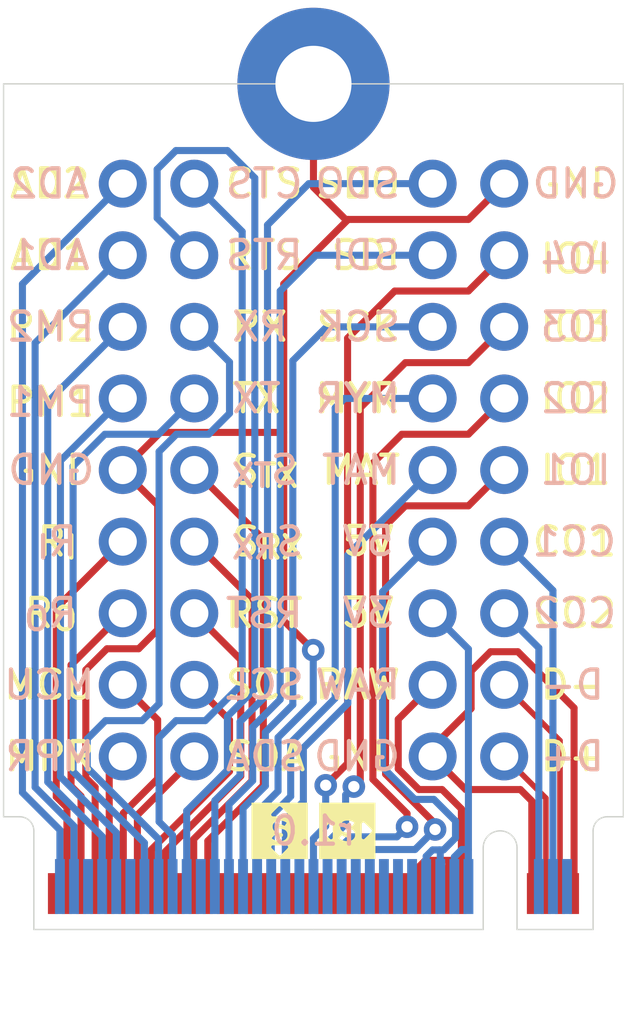
<source format=kicad_pcb>
(kicad_pcb (version 20211014) (generator pcbnew)
  (title_block (title "Myriad Breakout") (date "2022-03-03") (rev "0.1") (company "splitkb.com") (comment 1 "See https://myriad.splitkb.com/specification/terms_of_use.html") (comment 2 "NON-COMMERCIAL USE ONLY"))
  (layers (0 "F.Cu" signal) (31 "B.Cu" signal) (34 "B.Paste" user) (35 "F.Paste" user) (36 "B.SilkS" user "B.Silkscreen") (37 "F.SilkS" user "F.Silkscreen") (38 "B.Mask" user) (39 "F.Mask" user) (44 "Edge.Cuts" user))
  (net 0 "")
  (net 1 "+3V3")
  (net 2 "VBUS")
  (net 3 "+5V")
  (net 12 "gpio1")
  (net 14 "gpio2")
  (net 16 "gpio3")
  (net 18 "gpio4")
  (net 24 "sck")
  (net 26 "sdi")
  (net 28 "sdo")
  (net 29 "ser_tx")
  (net 30 "rts")
  (net 31 "cts")
  (net 32 "rx")
  (net 33 "scl")
  (net 34 "tx")
  (net 35 "sda")
  (net 36 "pwm1")
  (net 37 "pwm2")
  (net 38 "adc1")
  (net 39 "adc2")
  (net 40 "GND")
  (net 41 "d-")
  (net 42 "cc1")
  (net 43 "d+")
  (net 44 "cc2")
  (net 45 "mat_cs")
  (net 46 "mod_cs")
  (net 47 "rgb_o")
  (net 48 "rgb_i")
  (net 49 "ser_rx")
  (net 50 "rst")
  (net 51 "mcu")
  (net 52 "pres")
  (footprint "0_splitkb_common:Myriad_Module_22x30mm" (layer "F.Cu") (at 150 100)
    (fp_text reference "J1")
    (fp_text value "Myriad_Module_Connector")
    (fp_line (start 7.225 0) (end 9.925 0) (layer "Edge.Cuts") (width 0.05))
    (fp_line (start -11 -4) (end -11 -30) (layer "Edge.Cuts") (width 0.05))
    (fp_line (start 0 0) (end 6.025 0) (layer "Edge.Cuts") (width 0.05))
    (fp_line (start 7.225 -2.9) (end 7.225 0) (layer "Edge.Cuts") (width 0.05))
    (fp_line (start 6.025 0) (end 6.025 -2.9) (layer "Edge.Cuts") (width 0.05))
    (fp_line (start 9.925 0) (end 9.925 -3.5) (layer "Edge.Cuts") (width 0.05))
    (fp_line (start 10.425 -4) (end 11 -4) (layer "Edge.Cuts") (width 0.05))
    (fp_line (start 11 -4) (end 11 -30) (layer "Edge.Cuts") (width 0.05))
    (fp_line (start -11 -30) (end 11 -30) (layer "Edge.Cuts") (width 0.05))
    (fp_line (start -9.925 -3.5) (end -9.925 0) (layer "Edge.Cuts") (width 0.05))
    (fp_line (start -11 -4) (end -10.425 -4) (layer "Edge.Cuts") (width 0.05))
    (fp_line (start -9.925 0) (end 0 0) (layer "Edge.Cuts") (width 0.05))
    (fp_arc (start -10.425 -4) (mid -10.071447 -3.853553) (end -9.925 -3.5) (layer "Edge.Cuts") (width 0.05))
    (fp_arc (start 6.025 -2.9) (mid 6.625 -3.5) (end 7.225 -2.9) (layer "Edge.Cuts") (width 0.05))
    (fp_arc (start 9.925 -3.5) (mid 10.071447 -3.853553) (end 10.425 -4) (layer "Edge.Cuts") (width 0.05))
    (pad "1" smd rect locked (at 9.25 -1.275) (size 0.35 1.45) (layers "F.Cu") (net 40 "GND"))
    (pad "2" smd rect locked (at 9 -1.525) (size 0.35 1.95) (layers "B.Cu") (net 40 "GND"))
    (pad "2" thru_hole circle locked (at 0 -30) (size 5.4 5.4) (drill 2.7) (layers *.Cu *.Mask) (net 40 "GND"))
    (pad "3" smd rect locked (at 8.75 -1.275) (size 0.35 1.45) (layers "F.Cu") (net 41 "d-"))
    (pad "4" smd rect locked (at 8.5 -1.525) (size 0.35 1.95) (layers "B.Cu") (net 42 "cc1"))
    (pad "5" smd rect locked (at 8.25 -1.275) (size 0.35 1.45) (layers "F.Cu") (net 43 "d+"))
    (pad "6" smd rect locked (at 8 -1.525) (size 0.35 1.95) (layers "B.Cu") (net 44 "cc2"))
    (pad "7" smd rect locked (at 7.75 -1.275) (size 0.35 1.45) (layers "F.Cu") (net 40 "GND"))
    (pad "16" smd rect locked (at 5.5 -1.525) (size 0.35 1.95) (layers "B.Cu") (net 1 "+3V3"))
    (pad "17" smd rect locked (at 5.25 -1.275) (size 0.35 1.45) (layers "F.Cu") (net 2 "VBUS"))
    (pad "18" smd rect locked (at 5 -1.525) (size 0.35 1.95) (layers "B.Cu") (net 1 "+3V3"))
    (pad "19" smd rect locked (at 4.75 -1.275) (size 0.35 1.45) (layers "F.Cu") (net 2 "VBUS"))
    (pad "20" smd rect locked (at 4.5 -1.525) (size 0.35 1.95) (layers "B.Cu") (net 3 "+5V"))
    (pad "21" smd rect locked (at 4.25 -1.275) (size 0.35 1.45) (layers "F.Cu") (net 2 "VBUS"))
    (pad "22" smd rect locked (at 4 -1.525) (size 0.35 1.95) (layers "B.Cu") (net 3 "+5V"))
    (pad "23" smd rect locked (at 3.75 -1.275) (size 0.35 1.45) (layers "F.Cu") (net 2 "VBUS"))
    (pad "24" smd rect locked (at 3.5 -1.525) (size 0.35 1.95) (layers "B.Cu"))
    (pad "25" smd rect locked (at 3.25 -1.275) (size 0.35 1.45) (layers "F.Cu"))
    (pad "26" smd rect locked (at 3 -1.525) (size 0.35 1.95) (layers "B.Cu"))
    (pad "27" smd rect locked (at 2.75 -1.275) (size 0.35 1.45) (layers "F.Cu"))
    (pad "28" smd rect locked (at 2.5 -1.525) (size 0.35 1.95) (layers "B.Cu"))
    (pad "29" smd rect locked (at 2.25 -1.275) (size 0.35 1.45) (layers "F.Cu"))
    (pad "30" smd rect locked (at 2 -1.525) (size 0.35 1.95) (layers "B.Cu"))
    (pad "31" smd rect locked (at 1.75 -1.275) (size 0.35 1.45) (layers "F.Cu"))
    (pad "32" smd rect locked (at 1.5 -1.525) (size 0.35 1.95) (layers "B.Cu") (net 12 "gpio1"))
    (pad "33" smd rect locked (at 1.25 -1.275) (size 0.35 1.45) (layers "F.Cu"))
    (pad "34" smd rect locked (at 1 -1.525) (size 0.35 1.95) (layers "B.Cu") (net 14 "gpio2"))
    (pad "35" smd rect locked (at 0.75 -1.275) (size 0.35 1.45) (layers "F.Cu"))
    (pad "36" smd rect locked (at 0.5 -1.525) (size 0.35 1.95) (layers "B.Cu") (net 16 "gpio3"))
    (pad "37" smd rect locked (at 0.25 -1.275) (size 0.35 1.45) (layers "F.Cu"))
    (pad "38" smd rect locked (at 0 -1.525) (size 0.35 1.95) (layers "B.Cu") (net 18 "gpio4"))
    (pad "39" smd rect locked (at -0.25 -1.275) (size 0.35 1.45) (layers "F.Cu"))
    (pad "40" smd rect locked (at -0.5 -1.525) (size 0.35 1.95) (layers "B.Cu") (net 40 "GND"))
    (pad "41" smd rect locked (at -0.75 -1.275) (size 0.35 1.45) (layers "F.Cu"))
    (pad "42" smd rect locked (at -1 -1.525) (size 0.35 1.95) (layers "B.Cu") (net 45 "mat_cs"))
    (pad "43" smd rect locked (at -1.25 -1.275) (size 0.35 1.45) (layers "F.Cu"))
    (pad "44" smd rect locked (at -1.5 -1.525) (size 0.35 1.95) (layers "B.Cu") (net 46 "mod_cs"))
    (pad "45" smd rect locked (at -1.75 -1.275) (size 0.35 1.45) (layers "F.Cu"))
    (pad "46" smd rect locked (at -2 -1.525) (size 0.35 1.95) (layers "B.Cu") (net 40 "GND"))
    (pad "47" smd rect locked (at -2.25 -1.275) (size 0.35 1.45) (layers "F.Cu"))
    (pad "48" smd rect locked (at -2.5 -1.525) (size 0.35 1.95) (layers "B.Cu") (net 24 "sck"))
    (pad "49" smd rect locked (at -2.75 -1.275) (size 0.35 1.45) (layers "F.Cu"))
    (pad "50" smd rect locked (at -3 -1.525) (size 0.35 1.95) (layers "B.Cu") (net 26 "sdi"))
    (pad "51" smd rect locked (at -3.25 -1.275) (size 0.35 1.45) (layers "F.Cu"))
    (pad "52" smd rect locked (at -3.5 -1.525) (size 0.35 1.95) (layers "B.Cu") (net 28 "sdo"))
    (pad "53" smd rect locked (at -3.75 -1.275) (size 0.35 1.45) (layers "F.Cu") (net 29 "ser_tx"))
    (pad "54" smd rect locked (at -4 -1.525) (size 0.35 1.95) (layers "B.Cu") (net 40 "GND"))
    (pad "55" smd rect locked (at -4.25 -1.275) (size 0.35 1.45) (layers "F.Cu") (net 49 "ser_rx"))
    (pad "56" smd rect locked (at -4.5 -1.525) (size 0.35 1.95) (layers "B.Cu") (net 30 "rts"))
    (pad "57" smd rect locked (at -4.75 -1.275) (size 0.35 1.45) (layers "F.Cu") (net 40 "GND"))
    (pad "58" smd rect locked (at -5 -1.525) (size 0.35 1.95) (layers "B.Cu") (net 31 "cts"))
    (pad "59" smd rect locked (at -5.25 -1.275) (size 0.35 1.45) (layers "F.Cu") (net 50 "rst"))
    (pad "60" smd rect locked (at -5.5 -1.525) (size 0.35 1.95) (layers "B.Cu") (net 32 "rx"))
    (pad "61" smd rect locked (at -5.75 -1.275) (size 0.35 1.45) (layers "F.Cu") (net 33 "scl"))
    (pad "62" smd rect locked (at -6 -1.525) (size 0.35 1.95) (layers "B.Cu") (net 34 "tx"))
    (pad "63" smd rect locked (at -6.25 -1.275) (size 0.35 1.45) (layers "F.Cu") (net 35 "sda"))
    (pad "64" smd rect locked (at -6.5 -1.525) (size 0.35 1.95) (layers "B.Cu") (net 40 "GND"))
    (pad "65" smd rect locked (at -6.75 -1.275) (size 0.35 1.45) (layers "F.Cu") (net 51 "mcu"))
    (pad "66" smd rect locked (at -7 -1.525) (size 0.35 1.95) (layers "B.Cu") (net 36 "pwm1"))
    (pad "67" smd rect locked (at -7.25 -1.275) (size 0.35 1.45) (layers "F.Cu") (net 52 "pres"))
    (pad "68" smd rect locked (at -7.5 -1.525) (size 0.35 1.95) (layers "B.Cu") (net 37 "pwm2"))
    (pad "69" smd rect locked (at -7.75 -1.275) (size 0.35 1.45) (layers "F.Cu") (net 40 "GND"))
    (pad "70" smd rect locked (at -8 -1.525) (size 0.35 1.95) (layers "B.Cu") (net 40 "GND"))
    (pad "71" smd rect locked (at -8.25 -1.275) (size 0.35 1.45) (layers "F.Cu") (net 47 "rgb_o"))
    (pad "72" smd rect locked (at -8.5 -1.525) (size 0.35 1.95) (layers "B.Cu") (net 38 "adc1"))
    (pad "73" smd rect locked (at -8.75 -1.275) (size 0.35 1.45) (layers "F.Cu") (net 48 "rgb_i"))
    (pad "74" smd rect locked (at -9 -1.525) (size 0.35 1.95) (layers "B.Cu") (net 39 "adc2"))
    (pad "75" smd rect locked (at -9.25 -1.275) (size 0.35 1.45) (layers "F.Cu"))
  )
  (footprint "Connector_PinSocket_2.54mm:PinSocket_2x09_P2.54mm_Vertical" (layer "F.Cu") (at 145.77 73.54)
    (fp_text reference "J3" hide)
    (fp_text value "Conn_02x09_Odd_Even" hide)
    (pad "1" thru_hole oval (at 0 0) (size 1.7 1.7) (drill 1) (layers *.Cu *.Mask) (net 31 "cts"))
    (pad "2" thru_hole oval (at -2.54 0) (size 1.7 1.7) (drill 1) (layers *.Cu *.Mask) (net 39 "adc2"))
    (pad "3" thru_hole oval (at 0 2.54) (size 1.7 1.7) (drill 1) (layers *.Cu *.Mask) (net 30 "rts"))
    (pad "4" thru_hole oval (at -2.54 2.54) (size 1.7 1.7) (drill 1) (layers *.Cu *.Mask) (net 38 "adc1"))
    (pad "5" thru_hole oval (at 0 5.08) (size 1.7 1.7) (drill 1) (layers *.Cu *.Mask) (net 32 "rx"))
    (pad "6" thru_hole oval (at -2.54 5.08) (size 1.7 1.7) (drill 1) (layers *.Cu *.Mask) (net 37 "pwm2"))
    (pad "7" thru_hole oval (at 0 7.62) (size 1.7 1.7) (drill 1) (layers *.Cu *.Mask) (net 34 "tx"))
    (pad "8" thru_hole oval (at -2.54 7.62) (size 1.7 1.7) (drill 1) (layers *.Cu *.Mask) (net 36 "pwm1"))
    (pad "9" thru_hole oval (at 0 10.16) (size 1.7 1.7) (drill 1) (layers *.Cu *.Mask) (net 29 "ser_tx"))
    (pad "10" thru_hole oval (at -2.54 10.16) (size 1.7 1.7) (drill 1) (layers *.Cu *.Mask) (net 40 "GND"))
    (pad "11" thru_hole oval (at 0 12.7) (size 1.7 1.7) (drill 1) (layers *.Cu *.Mask) (net 49 "ser_rx"))
    (pad "12" thru_hole oval (at -2.54 12.7) (size 1.7 1.7) (drill 1) (layers *.Cu *.Mask) (net 48 "rgb_i"))
    (pad "13" thru_hole oval (at 0 15.24) (size 1.7 1.7) (drill 1) (layers *.Cu *.Mask) (net 50 "rst"))
    (pad "14" thru_hole oval (at -2.54 15.24) (size 1.7 1.7) (drill 1) (layers *.Cu *.Mask) (net 47 "rgb_o"))
    (pad "15" thru_hole oval (at 0 17.78) (size 1.7 1.7) (drill 1) (layers *.Cu *.Mask) (net 33 "scl"))
    (pad "16" thru_hole oval (at -2.54 17.78) (size 1.7 1.7) (drill 1) (layers *.Cu *.Mask) (net 51 "mcu"))
    (pad "17" thru_hole oval (at 0 20.32) (size 1.7 1.7) (drill 1) (layers *.Cu *.Mask) (net 35 "sda"))
    (pad "18" thru_hole oval (at -2.54 20.32) (size 1.7 1.7) (drill 1) (layers *.Cu *.Mask) (net 52 "pres"))
  )
  (footprint "0_splitkb_common:Myriad_length-s" (layer "F.Cu") (at 148.8 96.5)
    (fp_text reference "G1" hide)
    (fp_text value "Myriad length S" hide)
  )
  (footprint "Connector_PinSocket_2.54mm:PinSocket_2x09_P2.54mm_Vertical" (layer "F.Cu") (at 156.77 73.54)
    (fp_text reference "J2" hide)
    (fp_text value "Conn_02x09_Odd_Even" hide)
    (pad "1" thru_hole oval (at 0 0) (size 1.7 1.7) (drill 1) (layers *.Cu *.Mask) (net 40 "GND"))
    (pad "2" thru_hole oval (at -2.54 0) (size 1.7 1.7) (drill 1) (layers *.Cu *.Mask) (net 28 "sdo"))
    (pad "3" thru_hole oval (at 0 2.54) (size 1.7 1.7) (drill 1) (layers *.Cu *.Mask) (net 18 "gpio4"))
    (pad "4" thru_hole oval (at -2.54 2.54) (size 1.7 1.7) (drill 1) (layers *.Cu *.Mask) (net 26 "sdi"))
    (pad "5" thru_hole oval (at 0 5.08) (size 1.7 1.7) (drill 1) (layers *.Cu *.Mask) (net 16 "gpio3"))
    (pad "6" thru_hole oval (at -2.54 5.08) (size 1.7 1.7) (drill 1) (layers *.Cu *.Mask) (net 24 "sck"))
    (pad "7" thru_hole oval (at 0 7.62) (size 1.7 1.7) (drill 1) (layers *.Cu *.Mask) (net 14 "gpio2"))
    (pad "8" thru_hole oval (at -2.54 7.62) (size 1.7 1.7) (drill 1) (layers *.Cu *.Mask) (net 46 "mod_cs"))
    (pad "9" thru_hole oval (at 0 10.16) (size 1.7 1.7) (drill 1) (layers *.Cu *.Mask) (net 12 "gpio1"))
    (pad "10" thru_hole oval (at -2.54 10.16) (size 1.7 1.7) (drill 1) (layers *.Cu *.Mask) (net 45 "mat_cs"))
    (pad "11" thru_hole oval (at 0 12.7) (size 1.7 1.7) (drill 1) (layers *.Cu *.Mask) (net 42 "cc1"))
    (pad "12" thru_hole oval (at -2.54 12.7) (size 1.7 1.7) (drill 1) (layers *.Cu *.Mask) (net 3 "+5V"))
    (pad "13" thru_hole oval (at 0 15.24) (size 1.7 1.7) (drill 1) (layers *.Cu *.Mask) (net 44 "cc2"))
    (pad "14" thru_hole oval (at -2.54 15.24) (size 1.7 1.7) (drill 1) (layers *.Cu *.Mask) (net 1 "+3V3"))
    (pad "15" thru_hole oval (at 0 17.78) (size 1.7 1.7) (drill 1) (layers *.Cu *.Mask) (net 41 "d-"))
    (pad "16" thru_hole oval (at -2.54 17.78) (size 1.7 1.7) (drill 1) (layers *.Cu *.Mask) (net 2 "VBUS"))
    (pad "17" thru_hole oval (at 0 20.32) (size 1.7 1.7) (drill 1) (layers *.Cu *.Mask) (net 43 "d+"))
    (pad "18" thru_hole oval (at -2.54 20.32) (size 1.7 1.7) (drill 1) (layers *.Cu *.Mask) (net 40 "GND"))
  )
  (footprint "0_splitkb_common:Myriad_width-s" (layer "F.Cu") (at 151.2 96.5)
    (fp_text reference "G2" hide)
    (fp_text value "Myriad width S" hide)
  )
  (gr_text "MAT" (at 153.17 83.7) (layer "B.SilkS") (effects (font (size 1 1)) (justify left mirror)))
  (gr_text "D+" (at 157.97 93.86) (layer "B.SilkS") (effects (font (size 1 1)) (justify right mirror)))
  (gr_text "r1.0" (at 150 96.5) (layer "B.SilkS") (effects (font (size 1 1)) (justify mirror)))
  (gr_text "CC2" (at 157.686 88.78) (layer "B.SilkS") (effects (font (size 1 1)) (justify right mirror)))
  (gr_text "PM2" (at 142.314 78.62) (layer "B.SilkS") (effects (font (size 1 1)) (justify left mirror)))
  (gr_text "D-" (at 157.97 91.32) (layer "B.SilkS") (effects (font (size 1 1)) (justify right mirror)))
  (gr_text "IO1" (at 157.97 83.7) (layer "B.SilkS") (effects (font (size 1 1)) (justify right mirror)))
  (gr_text "RST" (at 146.795 88.78) (layer "B.SilkS") (effects (font (size 1 1)) (justify right mirror)))
  (gr_text "RAW" (at 153.17 91.32) (layer "B.SilkS") (effects (font (size 1 1)) (justify left mirror)))
  (gr_text "AD1" (at 142.145 76.08) (layer "B.SilkS") (effects (font (size 1 1)) (justify left mirror)))
  (gr_text "SCK" (at 153.17 78.62) (layer "B.SilkS") (effects (font (size 1 1)) (justify left mirror)))
  (gr_text "PM1" (at 142.314 81.287) (layer "B.SilkS") (effects (font (size 1 1)) (justify left mirror)))
  (gr_text "R_{I}" (at 141.695 86.24) (layer "B.SilkS") (effects (font (size 1 1)) (justify left mirror)))
  (gr_text "AD2" (at 142.145 73.54) (layer "B.SilkS") (effects (font (size 1 1)) (justify left mirror)))
  (gr_text "MCU" (at 142.314 91.32) (layer "B.SilkS") (effects (font (size 1 1)) (justify left mirror)))
  (gr_text "IO2" (at 157.97 81.16) (layer "B.SilkS") (effects (font (size 1 1)) (justify right mirror)))
  (gr_text "S_{RX}" (at 147.02 86.24) (layer "B.SilkS") (effects (font (size 1 1)) (justify right mirror)))
  (gr_text "SDO" (at 153.17 73.54) (layer "B.SilkS") (effects (font (size 1 1)) (justify left mirror)))
  (gr_text "RTS" (at 146.795 76.08) (layer "B.SilkS") (effects (font (size 1 1)) (justify right mirror)))
  (gr_text "SDA" (at 146.795 93.86) (layer "B.SilkS") (effects (font (size 1 1)) (justify right mirror)))
  (gr_text "SDI" (at 153.17 76.08) (layer "B.SilkS") (effects (font (size 1 1)) (justify left mirror)))
  (gr_text "MPR" (at 142.314 93.86) (layer "B.SilkS") (effects (font (size 1 1)) (justify left mirror)))
  (gr_text "GND" (at 157.686 73.54) (layer "B.SilkS") (effects (font (size 1 1)) (justify right mirror)))
  (gr_text "SCL" (at 146.795 91.32) (layer "B.SilkS") (effects (font (size 1 1)) (justify right mirror)))
  (gr_text "IO3" (at 157.97 78.62) (layer "B.SilkS") (effects (font (size 1 1)) (justify right mirror)))
  (gr_text "5V" (at 152.945 86.225) (layer "B.SilkS") (effects (font (size 1 1)) (justify left mirror)))
  (gr_text "IO4" (at 157.97 76.207) (layer "B.SilkS") (effects (font (size 1 1)) (justify right mirror)))
  (gr_text "TX" (at 147.02 81.16) (layer "B.SilkS") (effects (font (size 1 1)) (justify right mirror)))
  (gr_text "CTS" (at 146.795 73.54) (layer "B.SilkS") (effects (font (size 1 1)) (justify right mirror)))
  (gr_text "GND" (at 142.314 83.7) (layer "B.SilkS") (effects (font (size 1 1)) (justify left mirror)))
  (gr_text "GND" (at 153.17 93.86) (layer "B.SilkS") (effects (font (size 1 1)) (justify left mirror)))
  (gr_text "RX" (at 147.02 78.62) (layer "B.SilkS") (effects (font (size 1 1)) (justify right mirror)))
  (gr_text "S_{TX}" (at 147.02 83.7) (layer "B.SilkS") (effects (font (size 1 1)) (justify right mirror)))
  (gr_text "MYR" (at 153.17 81.16) (layer "B.SilkS") (effects (font (size 1 1)) (justify left mirror)))
  (gr_text "CC1" (at 157.686 86.24) (layer "B.SilkS") (effects (font (size 1 1)) (justify right mirror)))
  (gr_text "R_{O}" (at 141.695 88.78) (layer "B.SilkS") (effects (font (size 1 1)) (justify left mirror)))
  (gr_text "3V" (at 152.945 88.765) (layer "B.SilkS") (effects (font (size 1 1)) (justify left mirror)))
  (gr_text "RX" (at 147.02 78.62) (layer "F.SilkS") (effects (font (size 1 1)) (justify left)))
  (gr_text "IO2" (at 157.97 81.16) (layer "F.SilkS") (effects (font (size 1 1)) (justify left)))
  (gr_text "R_{I}" (at 141.695 86.24) (layer "F.SilkS") (effects (font (size 1 1)) (justify right)))
  (gr_text "SCL" (at 146.795 91.32) (layer "F.SilkS") (effects (font (size 1 1)) (justify left)))
  (gr_text "GND" (at 142.314 83.7) (layer "F.SilkS") (effects (font (size 1 1)) (justify right)))
  (gr_text "MPR" (at 142.314 93.86) (layer "F.SilkS") (effects (font (size 1 1)) (justify right)))
  (gr_text "SCK" (at 153.17 78.62) (layer "F.SilkS") (effects (font (size 1 1)) (justify right)))
  (gr_text "PM1" (at 142.314 81.287) (layer "F.SilkS") (effects (font (size 1 1)) (justify right)))
  (gr_text "TX" (at 147.02 81.16) (layer "F.SilkS") (effects (font (size 1 1)) (justify left)))
  (gr_text "MCU" (at 142.314 91.32) (layer "F.SilkS") (effects (font (size 1 1)) (justify right)))
  (gr_text "D+" (at 157.97 93.86) (layer "F.SilkS") (effects (font (size 1 1)) (justify left)))
  (gr_text "MYR" (at 153.17 81.16) (layer "F.SilkS") (effects (font (size 1 1)) (justify right)))
  (gr_text "CTS" (at 146.795 73.54) (layer "F.SilkS") (effects (font (size 1 1)) (justify left)))
  (gr_text "IO1" (at 157.97 83.7) (layer "F.SilkS") (effects (font (size 1 1)) (justify left)))
  (gr_text "AD1" (at 142.145 76.08) (layer "F.SilkS") (effects (font (size 1 1)) (justify right)))
  (gr_text "GND" (at 153.17 93.86) (layer "F.SilkS") (effects (font (size 1 1)) (justify right)))
  (gr_text "AD2" (at 142.145 73.54) (layer "F.SilkS") (effects (font (size 1 1)) (justify right)))
  (gr_text "5V" (at 152.945 86.225) (layer "F.SilkS") (effects (font (size 1 1)) (justify right)))
  (gr_text "CC1" (at 157.686 86.24) (layer "F.SilkS") (effects (font (size 1 1)) (justify left)))
  (gr_text "PM2" (at 142.314 78.62) (layer "F.SilkS") (effects (font (size 1 1)) (justify right)))
  (gr_text "GND" (at 157.686 73.54) (layer "F.SilkS") (effects (font (size 1 1)) (justify left)))
  (gr_text "RST" (at 146.795 88.78) (layer "F.SilkS") (effects (font (size 1 1)) (justify left)))
  (gr_text "RTS" (at 146.795 76.08) (layer "F.SilkS") (effects (font (size 1 1)) (justify left)))
  (gr_text "R_{O}" (at 141.695 88.78) (layer "F.SilkS") (effects (font (size 1 1)) (justify right)))
  (gr_text "MAT" (at 153.17 83.7) (layer "F.SilkS") (effects (font (size 1 1)) (justify right)))
  (gr_text "S_{RX}" (at 147.02 86.24) (layer "F.SilkS") (effects (font (size 1 1)) (justify left)))
  (gr_text "D-" (at 157.97 91.32) (layer "F.SilkS") (effects (font (size 1 1)) (justify left)))
  (gr_text "SDI" (at 153.17 76.08) (layer "F.SilkS") (effects (font (size 1 1)) (justify right)))
  (gr_text "IO3" (at 157.97 78.62) (layer "F.SilkS") (effects (font (size 1 1)) (justify left)))
  (gr_text "S_{TX}" (at 147.02 83.7) (layer "F.SilkS") (effects (font (size 1 1)) (justify left)))
  (gr_text "CC2" (at 157.686 88.78) (layer "F.SilkS") (effects (font (size 1 1)) (justify left)))
  (gr_text "SDO" (at 153.17 73.54) (layer "F.SilkS") (effects (font (size 1 1)) (justify right)))
  (gr_text "3V" (at 152.945 88.765) (layer "F.SilkS") (effects (font (size 1 1)) (justify right)))
  (gr_text "RAW" (at 153.17 91.32) (layer "F.SilkS") (effects (font (size 1 1)) (justify right)))
  (gr_text "IO4" (at 157.97 76.207) (layer "F.SilkS") (effects (font (size 1 1)) (justify left)))
  (gr_text "SDA" (at 146.795 93.86) (layer "F.SilkS") (effects (font (size 1 1)) (justify left)))
  (segment (start 155.265821 97.162) (end 155 97.427821) (width 0.25) (layer "B.Cu") (net 1))
  (segment (start 155.5 97.162) (end 155.265821 97.162) (width 0.25) (layer "B.Cu") (net 1))
  (segment (start 155.5 90.05) (end 154.23 88.78) (width 0.25) (layer "B.Cu") (net 1))
  (segment (start 155.5 98.475) (end 155.5 97.162) (width 0.25) (layer "B.Cu") (net 1))
  (segment (start 155.5 97.162) (end 155.5 90.05) (width 0.25) (layer "B.Cu") (net 1))
  (segment (start 155 97.427821) (end 155 98.475) (width 0.25) (layer "B.Cu") (net 1))
  (segment (start 154.75 97.793) (end 154.996 97.547) (width 0.25) (layer "F.Cu") (net 2))
  (segment (start 153.743501 95.034511) (end 154.564511 95.034511) (width 0.25) (layer "F.Cu") (net 2))
  (segment (start 153.009 92.541) (end 153.009 94.30001) (width 0.25) (layer "F.Cu") (net 2))
  (segment (start 153.972 97.547) (end 154.484 97.547) (width 0.25) (layer "F.Cu") (net 2))
  (segment (start 155.25 97.547) (end 154.996 97.547) (width 0.25) (layer "F.Cu") (net 2))
  (segment (start 155.25 97.547) (end 155.25 98.725) (width 0.25) (layer "F.Cu") (net 2))
  (segment (start 153.75 97.769) (end 153.75 98.725) (width 0.25) (layer "F.Cu") (net 2))
  (segment (start 155.25 95.72) (end 155.25 97.547) (width 0.25) (layer "F.Cu") (net 2))
  (segment (start 154.23 91.32) (end 153.009 92.541) (width 0.25) (layer "F.Cu") (net 2))
  (segment (start 153.972 97.547) (end 153.75 97.769) (width 0.25) (layer "F.Cu") (net 2))
  (segment (start 154.25 97.781) (end 154.484 97.547) (width 0.25) (layer "F.Cu") (net 2))
  (segment (start 154.564511 95.034511) (end 155.25 95.72) (width 0.25) (layer "F.Cu") (net 2))
  (segment (start 154.75 98.725) (end 154.75 97.793) (width 0.25) (layer "F.Cu") (net 2))
  (segment (start 153.009 94.30001) (end 153.743501 95.034511) (width 0.25) (layer "F.Cu") (net 2))
  (segment (start 154.25 98.725) (end 154.25 97.781) (width 0.25) (layer "F.Cu") (net 2))
  (segment (start 154.484 97.547) (end 154.996 97.547) (width 0.25) (layer "F.Cu") (net 2))
  (segment (start 152.452 88.018) (end 154.23 86.24) (width 0.25) (layer "B.Cu") (net 3))
  (segment (start 154.4705 97.1755) (end 154.616603 97.1755) (width 0.25) (layer "B.Cu") (net 3))
  (segment (start 154.5 97.205) (end 154.4705 97.1755) (width 0.25) (layer "B.Cu") (net 3))
  (segment (start 154.616603 97.1755) (end 155.041011 96.751092) (width 0.25) (layer "B.Cu") (net 3))
  (segment (start 152.452 94.241) (end 152.452 88.018) (width 0.25) (layer "B.Cu") (net 3))
  (segment (start 153.595 95.384) (end 152.452 94.241) (width 0.25) (layer "B.Cu") (net 3))
  (segment (start 154.5 98.475) (end 154.5 97.205) (width 0.25) (layer "B.Cu") (net 3))
  (segment (start 155.041011 96.751092) (end 155.041011 96.150886) (width 0.25) (layer "B.Cu") (net 3))
  (segment (start 155.041011 96.150886) (end 154.274125 95.384) (width 0.25) (layer "B.Cu") (net 3))
  (segment (start 154.227707 97.1755) (end 154.4705 97.1755) (width 0.25) (layer "B.Cu") (net 3))
  (segment (start 154.274125 95.384) (end 153.595 95.384) (width 0.25) (layer "B.Cu") (net 3))
  (segment (start 154 97.403207) (end 154.227707 97.1755) (width 0.25) (layer "B.Cu") (net 3))
  (segment (start 154 98.475) (end 154 97.403207) (width 0.25) (layer "B.Cu") (net 3))
  (segment (start 154.3165 96.243227) (end 152.55948 94.486207) (width 0.25) (layer "F.Cu") (net 12))
  (segment (start 155.5 84.97) (end 156.77 83.7) (width 0.25) (layer "F.Cu") (net 12))
  (segment (start 153.263 84.97) (end 155.5 84.97) (width 0.25) (layer "F.Cu") (net 12))
  (segment (start 154.3165 96.450989) (end 154.3165 96.243227) (width 0.25) (layer "F.Cu") (net 12))
  (segment (start 152.55948 85.67352) (end 153.263 84.97) (width 0.25) (layer "F.Cu") (net 12))
  (segment (start 152.55948 94.486207) (end 152.55948 85.67352) (width 0.25) (layer "F.Cu") (net 12))
  (via (at 154.3165 96.450989) (size 0.8) (drill 0.4) (layers "F.Cu" "B.Cu") (net 12))
  (segment (start 153.605489 97.162) (end 151.513978 97.162) (width 0.25) (layer "B.Cu") (net 12))
  (segment (start 151.513978 97.162) (end 151.5 97.175978) (width 0.25) (layer "B.Cu") (net 12))
  (segment (start 151.5 97.175978) (end 151.5 98.475) (width 0.25) (layer "B.Cu") (net 12))
  (segment (start 154.3165 96.450989) (end 153.605489 97.162) (width 0.25) (layer "B.Cu") (net 12))
  (segment (start 153.321653 96.354635) (end 153.321653 95.884098) (width 0.25) (layer "F.Cu") (net 14))
  (segment (start 153.136 82.43) (end 155.5 82.43) (width 0.25) (layer "F.Cu") (net 14))
  (segment (start 155.5 82.43) (end 156.77 81.16) (width 0.25) (layer "F.Cu") (net 14))
  (segment (start 152.10996 94.672405) (end 152.10996 83.45604) (width 0.25) (layer "F.Cu") (net 14))
  (segment (start 152.10996 83.45604) (end 153.136 82.43) (width 0.25) (layer "F.Cu") (net 14))
  (segment (start 153.321653 95.884098) (end 152.10996 94.672405) (width 0.25) (layer "F.Cu") (net 14))
  (via (at 153.321653 96.354635) (size 0.8) (drill 0.4) (layers "F.Cu" "B.Cu") (net 14))
  (segment (start 153.321653 96.354635) (end 152.963808 96.71248) (width 0.25) (layer "B.Cu") (net 14))
  (segment (start 151 97.04026) (end 151 98.475) (width 0.25) (layer "B.Cu") (net 14))
  (segment (start 151.32778 96.71248) (end 151 97.04026) (width 0.25) (layer "B.Cu") (net 14))
  (segment (start 152.963808 96.71248) (end 151.32778 96.71248) (width 0.25) (layer "B.Cu") (net 14))
  (segment (start 151.66044 81.49256) (end 153.263 79.89) (width 0.25) (layer "F.Cu") (net 16))
  (segment (start 151.66044 94.702791) (end 151.66044 81.49256) (width 0.25) (layer "F.Cu") (net 16))
  (segment (start 155.5 79.89) (end 156.77 78.62) (width 0.25) (layer "F.Cu") (net 16))
  (segment (start 151.432919 94.930312) (end 151.66044 94.702791) (width 0.25) (layer "F.Cu") (net 16))
  (segment (start 153.263 79.89) (end 155.5 79.89) (width 0.25) (layer "F.Cu") (net 16))
  (via (at 151.432919 94.930312) (size 0.8) (drill 0.4) (layers "F.Cu" "B.Cu") (net 16))
  (segment (start 151.141583 96.26296) (end 150.5 96.904543) (width 0.25) (layer "B.Cu") (net 16))
  (segment (start 151.432919 94.930312) (end 151.141583 95.221648) (width 0.25) (layer "B.Cu") (net 16))
  (segment (start 151.141583 95.221648) (end 151.141583 96.26296) (width 0.25) (layer "B.Cu") (net 16))
  (segment (start 150.5 96.904543) (end 150.5 98.475) (width 0.25) (layer "B.Cu") (net 16))
  (segment (start 151.21092 94.107256) (end 151.21092 79.02108) (width 0.25) (layer "F.Cu") (net 18))
  (segment (start 152.882 77.35) (end 155.5 77.35) (width 0.25) (layer "F.Cu") (net 18))
  (segment (start 155.5 77.35) (end 156.77 76.08) (width 0.25) (layer "F.Cu") (net 18))
  (segment (start 151.21092 79.02108) (end 152.882 77.35) (width 0.25) (layer "F.Cu") (net 18))
  (segment (start 150.434506 94.88367) (end 151.21092 94.107256) (width 0.25) (layer "F.Cu") (net 18))
  (via (at 150.434506 94.88367) (size 0.8) (drill 0.4) (layers "F.Cu" "B.Cu") (net 18))
  (segment (start 150 96.768825) (end 150 98.475) (width 0.25) (layer "B.Cu") (net 18))
  (segment (start 150.434506 94.88367) (end 150.434506 96.334319) (width 0.25) (layer "B.Cu") (net 18))
  (segment (start 150.434506 96.334319) (end 150 96.768825) (width 0.25) (layer "B.Cu") (net 18))
  (segment (start 149.2676 92.026281) (end 149.2676 79.8214) (width 0.25) (layer "B.Cu") (net 24))
  (segment (start 147.5 98.475) (end 147.5 95.698162) (width 0.25) (layer "B.Cu") (net 24))
  (segment (start 147.5 95.698162) (end 148.293071 94.90509) (width 0.25) (layer "B.Cu") (net 24))
  (segment (start 149.2676 79.8214) (end 150.469 78.62) (width 0.25) (layer "B.Cu") (net 24))
  (segment (start 148.29307 94.532695) (end 148.293071 93.000811) (width 0.25) (layer "B.Cu") (net 24))
  (segment (start 148.293071 93.000811) (end 149.2676 92.026281) (width 0.25) (layer "B.Cu") (net 24))
  (segment (start 148.293071 94.90509) (end 148.29307 94.532695) (width 0.25) (layer "B.Cu") (net 24))
  (segment (start 150.469 78.62) (end 154.23 78.62) (width 0.25) (layer "B.Cu") (net 24))
  (segment (start 147 95.562446) (end 147.843551 94.718893) (width 0.25) (layer "B.Cu") (net 26))
  (segment (start 148.81808 77.34992) (end 150.088 76.08) (width 0.25) (layer "B.Cu") (net 26))
  (segment (start 148.81808 91.840084) (end 148.81808 77.34992) (width 0.25) (layer "B.Cu") (net 26))
  (segment (start 150.088 76.08) (end 154.23 76.08) (width 0.25) (layer "B.Cu") (net 26))
  (segment (start 147.843551 92.814613) (end 148.81808 91.840084) (width 0.25) (layer "B.Cu") (net 26))
  (segment (start 147.843551 94.718893) (end 147.843551 92.814613) (width 0.25) (layer "B.Cu") (net 26))
  (segment (start 147 98.475) (end 147 95.562446) (width 0.25) (layer "B.Cu") (net 26))
  (segment (start 146.5 98.475) (end 146.5 95.426728) (width 0.25) (layer "B.Cu") (net 28))
  (segment (start 148.36856 75.00544) (end 149.834 73.54) (width 0.25) (layer "B.Cu") (net 28))
  (segment (start 147.394031 94.532696) (end 147.394031 92.628415) (width 0.25) (layer "B.Cu") (net 28))
  (segment (start 147.394031 92.628415) (end 148.36856 91.653884) (width 0.25) (layer "B.Cu") (net 28))
  (segment (start 146.5 95.426728) (end 147.394031 94.532696) (width 0.25) (layer "B.Cu") (net 28))
  (segment (start 149.834 73.54) (end 154.23 73.54) (width 0.25) (layer "B.Cu") (net 28))
  (segment (start 148.36856 91.653884) (end 148.36856 75.00544) (width 0.25) (layer "B.Cu") (net 28))
  (segment (start 148.22 86.15) (end 145.77 83.7) (width 0.25) (layer "F.Cu") (net 29))
  (segment (start 148.22 94.887056) (end 148.22 86.15) (width 0.25) (layer "F.Cu") (net 29))
  (segment (start 146.25 98.725) (end 146.25 96.857058) (width 0.25) (layer "F.Cu") (net 29))
  (segment (start 146.25 96.857058) (end 148.22 94.887056) (width 0.25) (layer "F.Cu") (net 29))
  (segment (start 144.451 74.761) (end 145.77 76.08) (width 0.25) (layer "B.Cu") (net 30))
  (segment (start 145.117511 72.365489) (end 144.451 73.032) (width 0.25) (layer "B.Cu") (net 30))
  (segment (start 146.944511 94.346499) (end 146.944511 92.442217) (width 0.25) (layer "B.Cu") (net 30))
  (segment (start 144.451 73.032) (end 144.451 74.761) (width 0.25) (layer "B.Cu") (net 30))
  (segment (start 147.91904 73.340018) (end 146.944511 72.365489) (width 0.25) (layer "B.Cu") (net 30))
  (segment (start 146.944511 92.442217) (end 147.91904 91.467687) (width 0.25) (layer "B.Cu") (net 30))
  (segment (start 145.5 98.475) (end 145.5 95.79101) (width 0.25) (layer "B.Cu") (net 30))
  (segment (start 146.944511 72.365489) (end 145.117511 72.365489) (width 0.25) (layer "B.Cu") (net 30))
  (segment (start 145.5 95.79101) (end 146.944511 94.346499) (width 0.25) (layer "B.Cu") (net 30))
  (segment (start 147.91904 91.467687) (end 147.91904 73.340018) (width 0.25) (layer "B.Cu") (net 30))
  (segment (start 146.16101 92.59) (end 147.46952 91.28149) (width 0.25) (layer "B.Cu") (net 31))
  (segment (start 145 98.475) (end 145 96.655292) (width 0.25) (layer "B.Cu") (net 31))
  (segment (start 147.46952 91.28149) (end 147.46952 75.23952) (width 0.25) (layer "B.Cu") (net 31))
  (segment (start 145.12 92.59) (end 146.16101 92.59) (width 0.25) (layer "B.Cu") (net 31))
  (segment (start 145 96.655292) (end 144.52 96.175292) (width 0.25) (layer "B.Cu") (net 31))
  (segment (start 147.46952 75.23952) (end 145.77 73.54) (width 0.25) (layer "B.Cu") (net 31))
  (segment (start 144.52 93.19) (end 145.12 92.59) (width 0.25) (layer "B.Cu") (net 31))
  (segment (start 144.52 96.175292) (end 144.52 93.19) (width 0.25) (layer "B.Cu") (net 31))
  (segment (start 144.5 98.475) (end 144.5 96.79101) (width 0.25) (layer "B.Cu") (net 32))
  (segment (start 145.135718 82.43) (end 146.28 82.43) (width 0.25) (layer "B.Cu") (net 32))
  (segment (start 143.92 92.59) (end 144.52 91.99) (width 0.25) (layer "B.Cu") (net 32))
  (segment (start 147.02 79.87) (end 145.77 78.62) (width 0.25) (layer "B.Cu") (net 32))
  (segment (start 144.52 83.045718) (end 145.135718 82.43) (width 0.25) (layer "B.Cu") (net 32))
  (segment (start 144.52 91.99) (end 144.52 83.045718) (width 0.25) (layer "B.Cu") (net 32))
  (segment (start 144.5 96.79101) (end 141.97 94.26101) (width 0.25) (layer "B.Cu") (net 32))
  (segment (start 141.97 94.26101) (end 141.97 93.24) (width 0.25) (layer "B.Cu") (net 32))
  (segment (start 141.97 93.24) (end 142.62 92.59) (width 0.25) (layer "B.Cu") (net 32))
  (segment (start 147.02 81.69) (end 147.02 79.87) (width 0.25) (layer "B.Cu") (net 32))
  (segment (start 146.28 82.43) (end 147.02 81.69) (width 0.25) (layer "B.Cu") (net 32))
  (segment (start 142.62 92.59) (end 143.92 92.59) (width 0.25) (layer "B.Cu") (net 32))
  (segment (start 144.25 97.16) (end 147.02 94.39) (width 0.25) (layer "F.Cu") (net 33))
  (segment (start 147.02 94.39) (end 147.02 92.57) (width 0.25) (layer "F.Cu") (net 33))
  (segment (start 147.02 92.57) (end 145.77 91.32) (width 0.25) (layer "F.Cu") (net 33))
  (segment (start 144.25 98.725) (end 144.25 97.16) (width 0.25) (layer "F.Cu") (net 33))
  (segment (start 141.46808 83.557638) (end 142.595718 82.43) (width 0.25) (layer "B.Cu") (net 34))
  (segment (start 144 98.475) (end 144 96.926728) (width 0.25) (layer "B.Cu") (net 34))
  (segment (start 144 96.926728) (end 141.46808 94.394808) (width 0.25) (layer "B.Cu") (net 34))
  (segment (start 144.5 82.43) (end 145.77 81.16) (width 0.25) (layer "B.Cu") (net 34))
  (segment (start 141.46808 94.394808) (end 141.46808 83.557638) (width 0.25) (layer "B.Cu") (net 34))
  (segment (start 142.595718 82.43) (end 144.5 82.43) (width 0.25) (layer "B.Cu") (net 34))
  (segment (start 143.75 98.725) (end 143.75 95.937686) (width 0.25) (layer "F.Cu") (net 35))
  (segment (start 145.77 93.917686) (end 145.77 93.86) (width 0.25) (layer "F.Cu") (net 35))
  (segment (start 143.75 95.937686) (end 145.77 93.917686) (width 0.25) (layer "F.Cu") (net 35))
  (segment (start 141.01856 83.37144) (end 143.23 81.16) (width 0.25) (layer "B.Cu") (net 36))
  (segment (start 143 98.475) (end 143 96.562446) (width 0.25) (layer "B.Cu") (net 36))
  (segment (start 141.01856 94.581005) (end 141.01856 83.37144) (width 0.25) (layer "B.Cu") (net 36))
  (segment (start 143 96.562446) (end 141.01856 94.581005) (width 0.25) (layer "B.Cu") (net 36))
  (segment (start 142.5 98.475) (end 142.5 96.698164) (width 0.25) (layer "B.Cu") (net 37))
  (segment (start 140.56904 94.767202) (end 140.56904 81.28096) (width 0.25) (layer "B.Cu") (net 37))
  (segment (start 142.5 96.698164) (end 140.56904 94.767202) (width 0.25) (layer "B.Cu") (net 37))
  (segment (start 140.56904 81.28096) (end 143.23 78.62) (width 0.25) (layer "B.Cu") (net 37))
  (segment (start 140.11952 94.9534) (end 140.11952 79.19048) (width 0.25) (layer "B.Cu") (net 38))
  (segment (start 140.11952 79.19048) (end 143.23 76.08) (width 0.25) (layer "B.Cu") (net 38))
  (segment (start 141.5 98.475) (end 141.5 96.33388) (width 0.25) (layer "B.Cu") (net 38))
  (segment (start 141.5 96.33388) (end 140.11952 94.9534) (width 0.25) (layer "B.Cu") (net 38))
  (segment (start 139.67 95.139597) (end 139.67 77.1) (width 0.25) (layer "B.Cu") (net 39))
  (segment (start 141 98.475) (end 141 96.469598) (width 0.25) (layer "B.Cu") (net 39))
  (segment (start 141 96.469598) (end 139.67 95.139597) (width 0.25) (layer "B.Cu") (net 39))
  (segment (start 139.67 77.1) (end 143.23 73.54) (width 0.25) (layer "B.Cu") (net 39))
  (segment (start 148.945 82.365) (end 148.945 77.096) (width 0.25) (layer "F.Cu") (net 40))
  (segment (start 142.67 90.04) (end 143.795 90.04) (width 0.25) (layer "F.Cu") (net 40))
  (segment (start 150 73.67) (end 150 70.125) (width 0.25) (layer "F.Cu") (net 40))
  (segment (start 151.231 74.81) (end 151.14 74.81) (width 0.25) (layer "F.Cu") (net 40))
  (segment (start 159.25 98.725) (end 159.25 92.13899) (width 0.25) (layer "F.Cu") (net 40))
  (segment (start 157.256499 90.145489) (end 156.283501 90.145489) (width 0.25) (layer "F.Cu") (net 40))
  (segment (start 141.92 94.615) (end 141.92 90.79) (width 0.25) (layer "F.Cu") (net 40))
  (segment (start 157.75 98.725) (end 157.75 95.440362) (width 0.25) (layer "F.Cu") (net 40))
  (segment (start 155.595489 90.833501) (end 155.595489 92.162511) (width 0.25) (layer "F.Cu") (net 40))
  (segment (start 159.25 92.13899) (end 157.256499 90.145489) (width 0.25) (layer "F.Cu") (net 40))
  (segment (start 151.231 74.81) (end 155.5 74.81) (width 0.25) (layer "F.Cu") (net 40))
  (segment (start 149.9921 90.09) (end 148.945 89.0429) (width 0.25) (layer "F.Cu") (net 40))
  (segment (start 141.92 90.79) (end 142.67 90.04) (width 0.25) (layer "F.Cu") (net 40))
  (segment (start 154.23 93.528) (end 154.23 93.86) (width 0.25) (layer "F.Cu") (net 40))
  (segment (start 155.5 74.81) (end 156.77 73.54) (width 0.25) (layer "F.Cu") (net 40))
  (segment (start 157.344149 95.034511) (end 155.404511 95.034511) (width 0.25) (layer "F.Cu") (net 40))
  (segment (start 157.75 95.440362) (end 157.344149 95.034511) (width 0.25) (layer "F.Cu") (net 40))
  (segment (start 142.25 94.945) (end 141.92 94.615) (width 0.25) (layer "F.Cu") (net 40))
  (segment (start 151.14 74.81) (end 150 73.67) (width 0.25) (layer "F.Cu") (net 40))
  (segment (start 143.795 90.04) (end 144.47 89.365) (width 0.25) (layer "F.Cu") (net 40))
  (segment (start 144.47 89.365) (end 144.47 84.94) (width 0.25) (layer "F.Cu") (net 40))
  (segment (start 155.404511 95.034511) (end 154.23 93.86) (width 0.25) (layer "F.Cu") (net 40))
  (segment (start 155.595489 92.162511) (end 154.23 93.528) (width 0.25) (layer "F.Cu") (net 40))
  (segment (start 142.25 98.725) (end 142.25 94.945) (width 0.25) (layer "F.Cu") (net 40))
  (segment (start 148.945 77.096) (end 151.231 74.81) (width 0.25) (layer "F.Cu") (net 40))
  (segment (start 156.283501 90.145489) (end 155.595489 90.833501) (width 0.25) (layer "F.Cu") (net 40))
  (segment (start 143.23 83.7) (end 144.565 82.365) (width 0.25) (layer "F.Cu") (net 40))
  (segment (start 148.945 89.0429) (end 148.945 82.365) (width 0.25) (layer "F.Cu") (net 40))
  (segment (start 144.565 82.365) (end 148.945 82.365) (width 0.25) (layer "F.Cu") (net 40))
  (segment (start 144.47 84.94) (end 143.23 83.7) (width 0.25) (layer "F.Cu") (net 40))
  (via (at 149.9921 90.09) (size 0.8) (drill 0.4) (layers "F.Cu" "B.Cu") (net 40))
  (segment (start 148 95.833879) (end 148 98.475) (width 0.25) (layer "B.Cu") (net 40))
  (segment (start 148.742591 95.091287) (end 148 95.833879) (width 0.25) (layer "B.Cu") (net 40))
  (segment (start 149.9921 91.937499) (end 148.742591 93.187008) (width 0.25) (layer "B.Cu") (net 40))
  (segment (start 149.9921 90.09) (end 149.9921 91.937499) (width 0.25) (layer "B.Cu") (net 40))
  (segment (start 148.742591 93.187008) (end 148.742591 95.091287) (width 0.25) (layer "B.Cu") (net 40))
  (segment (start 158.75 98.725) (end 158.75 93.3) (width 0.2) (layer "F.Cu") (net 41))
  (segment (start 158.75 93.3) (end 156.77 91.32) (width 0.2) (layer "F.Cu") (net 41))
  (segment (start 158.5 87.97) (end 156.77 86.24) (width 0.25) (layer "B.Cu") (net 42))
  (segment (start 158.5 98.475) (end 158.5 87.97) (width 0.25) (layer "B.Cu") (net 42))
  (segment (start 158.25 95.34) (end 156.77 93.86) (width 0.2) (layer "F.Cu") (net 43))
  (segment (start 158.25 98.725) (end 158.25 95.34) (width 0.2) (layer "F.Cu") (net 43))
  (segment (start 158 90.01) (end 158 98.475) (width 0.25) (layer "B.Cu") (net 44))
  (segment (start 156.77 88.78) (end 158 90.01) (width 0.25) (layer "B.Cu") (net 44))
  (segment (start 149 96.105313) (end 149.641631 95.463682) (width 0.25) (layer "B.Cu") (net 45))
  (segment (start 151.22 86.71) (end 154.23 83.7) (width 0.25) (layer "B.Cu") (net 45))
  (segment (start 149.641631 95.463682) (end 149.641631 93.559404) (width 0.25) (layer "B.Cu") (net 45))
  (segment (start 149.641631 93.559404) (end 151.22 91.981035) (width 0.25) (layer "B.Cu") (net 45))
  (segment (start 149 98.475) (end 149 96.105313) (width 0.25) (layer "B.Cu") (net 45))
  (segment (start 151.22 91.981035) (end 151.22 86.71) (width 0.25) (layer "B.Cu") (net 45))
  (segment (start 150.77048 91.794837) (end 149.192111 93.373206) (width 0.25) (layer "B.Cu") (net 46))
  (segment (start 154.23 81.16) (end 151.104 81.16) (width 0.25) (layer "B.Cu") (net 46))
  (segment (start 149.192111 95.277484) (end 148.5 95.969596) (width 0.25) (layer "B.Cu") (net 46))
  (segment (start 150.77048 81.49352) (end 150.77048 91.794837) (width 0.25) (layer "B.Cu") (net 46))
  (segment (start 151.104 81.16) (end 150.77048 81.49352) (width 0.25) (layer "B.Cu") (net 46))
  (segment (start 148.5 95.969596) (end 148.5 98.475) (width 0.25) (layer "B.Cu") (net 46))
  (segment (start 149.192111 93.373206) (end 149.192111 95.277484) (width 0.25) (layer "B.Cu") (net 46))
  (segment (start 141.395 94.915) (end 141.395 90.615) (width 0.25) (layer "F.Cu") (net 47))
  (segment (start 141.395 90.615) (end 143.23 88.78) (width 0.25) (layer "F.Cu") (net 47))
  (segment (start 141.75 98.725) (end 141.75 95.27) (width 0.25) (layer "F.Cu") (net 47))
  (segment (start 141.75 95.27) (end 141.395 94.915) (width 0.25) (layer "F.Cu") (net 47))
  (segment (start 141.25 95.67) (end 140.87 95.29) (width 0.25) (layer "F.Cu") (net 48))
  (segment (start 141.25 98.725) (end 141.25 95.67) (width 0.25) (layer "F.Cu") (net 48))
  (segment (start 140.87 88.6) (end 143.23 86.24) (width 0.25) (layer "F.Cu") (net 48))
  (segment (start 140.87 95.29) (end 140.87 88.6) (width 0.25) (layer "F.Cu") (net 48))
  (segment (start 147.82 88.29) (end 145.77 86.24) (width 0.25) (layer "F.Cu") (net 49))
  (segment (start 145.75 96.791372) (end 147.82 94.721371) (width 0.25) (layer "F.Cu") (net 49))
  (segment (start 145.75 98.725) (end 145.75 96.791372) (width 0.25) (layer "F.Cu") (net 49))
  (segment (start 147.82 94.721371) (end 147.82 88.29) (width 0.25) (layer "F.Cu") (net 49))
  (segment (start 147.42 90.43) (end 145.77 88.78) (width 0.25) (layer "F.Cu") (net 50))
  (segment (start 144.75 98.725) (end 144.75 97.225686) (width 0.25) (layer "F.Cu") (net 50))
  (segment (start 144.75 97.225686) (end 147.42 94.555686) (width 0.25) (layer "F.Cu") (net 50))
  (segment (start 147.42 94.555686) (end 147.42 90.43) (width 0.25) (layer "F.Cu") (net 50))
  (segment (start 143.25 95.872) (end 144.47 94.652) (width 0.25) (layer "F.Cu") (net 51))
  (segment (start 143.25 98.725) (end 143.25 95.872) (width 0.25) (layer "F.Cu") (net 51))
  (segment (start 144.47 92.56) (end 143.23 91.32) (width 0.25) (layer "F.Cu") (net 51))
  (segment (start 144.47 94.652) (end 144.47 92.56) (width 0.25) (layer "F.Cu") (net 51))
  (segment (start 142.75 98.725) (end 142.75 94.34) (width 0.25) (layer "F.Cu") (net 52))
  (segment (start 142.75 94.34) (end 143.23 93.86) (width 0.25) (layer "F.Cu") (net 52))
)
</source>
